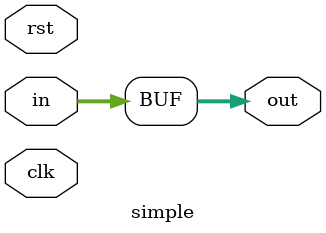
<source format=sv>
module simple #(parameter WIDTH = 8) (
    input logic clk,
    input logic rst,
    input logic [WIDTH-1:0] in,
    output logic [WIDTH-1:0] out
);

assign out = in;

endmodule

</source>
